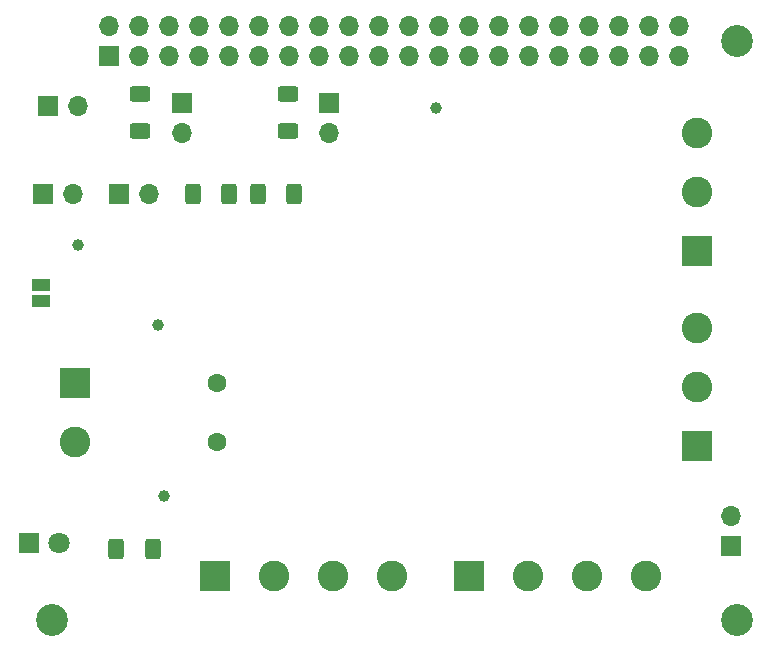
<source format=gbr>
%TF.GenerationSoftware,KiCad,Pcbnew,7.0.1*%
%TF.CreationDate,2024-01-31T00:22:47-07:00*%
%TF.ProjectId,Portal Gun PiHAT,506f7274-616c-4204-9775-6e2050694841,rev?*%
%TF.SameCoordinates,Original*%
%TF.FileFunction,Soldermask,Top*%
%TF.FilePolarity,Negative*%
%FSLAX46Y46*%
G04 Gerber Fmt 4.6, Leading zero omitted, Abs format (unit mm)*
G04 Created by KiCad (PCBNEW 7.0.1) date 2024-01-31 00:22:47*
%MOMM*%
%LPD*%
G01*
G04 APERTURE LIST*
G04 Aperture macros list*
%AMRoundRect*
0 Rectangle with rounded corners*
0 $1 Rounding radius*
0 $2 $3 $4 $5 $6 $7 $8 $9 X,Y pos of 4 corners*
0 Add a 4 corners polygon primitive as box body*
4,1,4,$2,$3,$4,$5,$6,$7,$8,$9,$2,$3,0*
0 Add four circle primitives for the rounded corners*
1,1,$1+$1,$2,$3*
1,1,$1+$1,$4,$5*
1,1,$1+$1,$6,$7*
1,1,$1+$1,$8,$9*
0 Add four rect primitives between the rounded corners*
20,1,$1+$1,$2,$3,$4,$5,0*
20,1,$1+$1,$4,$5,$6,$7,0*
20,1,$1+$1,$6,$7,$8,$9,0*
20,1,$1+$1,$8,$9,$2,$3,0*%
G04 Aperture macros list end*
%ADD10R,1.700000X1.700000*%
%ADD11O,1.700000X1.700000*%
%ADD12C,2.700000*%
%ADD13R,1.500000X1.000000*%
%ADD14R,1.800000X1.800000*%
%ADD15C,1.800000*%
%ADD16R,2.600000X2.600000*%
%ADD17C,2.600000*%
%ADD18C,1.000000*%
%ADD19RoundRect,0.250000X0.625000X-0.400000X0.625000X0.400000X-0.625000X0.400000X-0.625000X-0.400000X0*%
%ADD20RoundRect,0.250000X-0.400000X-0.625000X0.400000X-0.625000X0.400000X0.625000X-0.400000X0.625000X0*%
%ADD21RoundRect,0.250000X0.400000X0.625000X-0.400000X0.625000X-0.400000X-0.625000X0.400000X-0.625000X0*%
%ADD22C,1.600000*%
G04 APERTURE END LIST*
D10*
%TO.C,J1*%
X102725000Y-60500000D03*
D11*
X105265000Y-60500000D03*
%TD*%
D12*
%TO.C,MH2*%
X161500000Y-47500000D03*
%TD*%
D10*
%TO.C,SW2*%
X114500000Y-52725000D03*
D11*
X114500000Y-55265000D03*
%TD*%
D13*
%TO.C,JP1*%
X102550000Y-68200000D03*
X102550000Y-69500000D03*
%TD*%
D14*
%TO.C,D1*%
X101575000Y-90000000D03*
D15*
X104115000Y-90000000D03*
%TD*%
D16*
%TO.C,J6*%
X158150000Y-65300000D03*
D17*
X158150000Y-60300000D03*
X158150000Y-55300000D03*
%TD*%
D18*
%TO.C,TP2*%
X136000000Y-53200000D03*
%TD*%
D19*
%TO.C,R1*%
X123500000Y-55100000D03*
X123500000Y-52000000D03*
%TD*%
D16*
%TO.C,J8*%
X117350000Y-92800000D03*
D17*
X122350000Y-92800000D03*
X127350000Y-92800000D03*
X132350000Y-92800000D03*
%TD*%
D20*
%TO.C,R5*%
X115450000Y-60500000D03*
X118550000Y-60500000D03*
%TD*%
D21*
%TO.C,R3*%
X112050000Y-90500000D03*
X108950000Y-90500000D03*
%TD*%
D18*
%TO.C,TP4*%
X113000000Y-86000000D03*
%TD*%
D16*
%TO.C,J2*%
X105500000Y-76500000D03*
D17*
X105500000Y-81500000D03*
%TD*%
D18*
%TO.C,TP3*%
X112500000Y-71600000D03*
%TD*%
D12*
%TO.C,MH3*%
X103500000Y-96500000D03*
%TD*%
D22*
%TO.C,C1*%
X117500000Y-76500000D03*
X117500000Y-81500000D03*
%TD*%
D20*
%TO.C,R4*%
X120950000Y-60500000D03*
X124050000Y-60500000D03*
%TD*%
D10*
%TO.C,J4*%
X109200000Y-60500000D03*
D11*
X111740000Y-60500000D03*
%TD*%
D18*
%TO.C,TP1*%
X105700000Y-64750000D03*
%TD*%
D16*
%TO.C,J9*%
X158150000Y-81800000D03*
D17*
X158150000Y-76800000D03*
X158150000Y-71800000D03*
%TD*%
D12*
%TO.C,MH4*%
X161500000Y-96500000D03*
%TD*%
D10*
%TO.C,J5*%
X103225000Y-53000000D03*
D11*
X105765000Y-53000000D03*
%TD*%
D16*
%TO.C,J7*%
X138850000Y-92800000D03*
D17*
X143850000Y-92800000D03*
X148850000Y-92800000D03*
X153850000Y-92800000D03*
%TD*%
D10*
%TO.C,SW1*%
X127000000Y-52725000D03*
D11*
X127000000Y-55265000D03*
%TD*%
D10*
%TO.C,SW3*%
X161000000Y-90275000D03*
D11*
X161000000Y-87735000D03*
%TD*%
D19*
%TO.C,R2*%
X111000000Y-55100000D03*
X111000000Y-52000000D03*
%TD*%
D10*
%TO.C,J3*%
X108370000Y-48770000D03*
D11*
X108370000Y-46230000D03*
X110910000Y-48770000D03*
X110910000Y-46230000D03*
X113450000Y-48770000D03*
X113450000Y-46230000D03*
X115990000Y-48770000D03*
X115990000Y-46230000D03*
X118530000Y-48770000D03*
X118530000Y-46230000D03*
X121070000Y-48770000D03*
X121070000Y-46230000D03*
X123610000Y-48770000D03*
X123610000Y-46230000D03*
X126150000Y-48770000D03*
X126150000Y-46230000D03*
X128690000Y-48770000D03*
X128690000Y-46230000D03*
X131230000Y-48770000D03*
X131230000Y-46230000D03*
X133770000Y-48770000D03*
X133770000Y-46230000D03*
X136310000Y-48770000D03*
X136310000Y-46230000D03*
X138850000Y-48770000D03*
X138850000Y-46230000D03*
X141390000Y-48770000D03*
X141390000Y-46230000D03*
X143930000Y-48770000D03*
X143930000Y-46230000D03*
X146470000Y-48770000D03*
X146470000Y-46230000D03*
X149010000Y-48770000D03*
X149010000Y-46230000D03*
X151550000Y-48770000D03*
X151550000Y-46230000D03*
X154090000Y-48770000D03*
X154090000Y-46230000D03*
X156630000Y-48770000D03*
X156630000Y-46230000D03*
%TD*%
M02*

</source>
